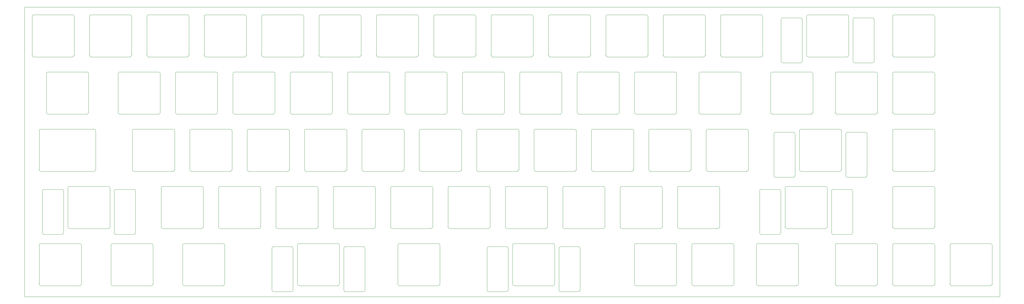
<source format=gm1>
%TF.GenerationSoftware,KiCad,Pcbnew,7.0.7*%
%TF.CreationDate,2024-06-09T18:31:49+08:00*%
%TF.ProjectId,Lexicon 69,4c657869-636f-46e2-9036-392e6b696361,rev?*%
%TF.SameCoordinates,Original*%
%TF.FileFunction,Profile,NP*%
%FSLAX46Y46*%
G04 Gerber Fmt 4.6, Leading zero omitted, Abs format (unit mm)*
G04 Created by KiCad (PCBNEW 7.0.7) date 2024-06-09 18:31:49*
%MOMM*%
%LPD*%
G01*
G04 APERTURE LIST*
%TA.AperFunction,Profile*%
%ADD10C,0.100000*%
%TD*%
%TA.AperFunction,Profile*%
%ADD11C,0.010000*%
%TD*%
G04 APERTURE END LIST*
D10*
X53031250Y-126062500D02*
X70793750Y-126062500D01*
X52531250Y-112562500D02*
X52531250Y-125562500D01*
X96987500Y-112062500D02*
X83987500Y-112062500D01*
X83487500Y-112562500D02*
X83487500Y-125562500D01*
X97487500Y-125562500D02*
X97487500Y-112562500D01*
X83987500Y-126062500D02*
X96987500Y-126062500D01*
X83987500Y-112062500D02*
G75*
G03*
X83487500Y-112562500I0J-500000D01*
G01*
X97487500Y-112562500D02*
G75*
G03*
X96987500Y-112062500I-500000J0D01*
G01*
X96987500Y-126062500D02*
G75*
G03*
X97487500Y-125562500I0J500000D01*
G01*
X83487500Y-125562500D02*
G75*
G03*
X83987500Y-126062500I500000J0D01*
G01*
X70793750Y-112062500D02*
X53031250Y-112062500D01*
X53031250Y-112062500D02*
G75*
G03*
X52531250Y-112562500I0J-500000D01*
G01*
X52531250Y-125562500D02*
G75*
G03*
X53031250Y-126062500I500000J0D01*
G01*
X71293750Y-125562500D02*
X71293750Y-112562500D01*
X71293700Y-112562500D02*
G75*
G03*
X70793750Y-112062500I-500000J0D01*
G01*
X70793750Y-126062550D02*
G75*
G03*
X71293750Y-125562500I-50J500050D01*
G01*
D11*
X164162500Y-131612500D02*
X164162500Y-144612500D01*
X216550000Y-74462500D02*
G75*
G03*
X216050000Y-73962500I-500000J0D01*
G01*
X62056250Y-131612500D02*
X62056250Y-144612500D01*
X335900000Y-93512500D02*
X335900000Y-106512500D01*
X255437500Y-112062500D02*
X268437500Y-112062500D01*
X203050000Y-73962500D02*
X216050000Y-73962500D01*
X349900000Y-131612500D02*
G75*
G03*
X349400000Y-131112500I-500000J0D01*
G01*
X50650000Y-87962500D02*
X63650000Y-87962500D01*
X140637500Y-112562500D02*
X140637500Y-125562500D01*
X300181250Y-131612500D02*
X300181250Y-144612500D01*
X66531250Y-150662500D02*
X66531250Y-163662500D01*
X198287500Y-112062500D02*
X211287500Y-112062500D01*
X335900000Y-131612500D02*
X335900000Y-144612500D01*
X177950000Y-87962500D02*
G75*
G03*
X178450000Y-87462500I0J500000D01*
G01*
X79225000Y-93012500D02*
X92225000Y-93012500D01*
X103037500Y-112062500D02*
G75*
G03*
X102537500Y-112562500I0J-500000D01*
G01*
X197787500Y-112562500D02*
X197787500Y-125562500D01*
X185593800Y-150662500D02*
G75*
G03*
X185093750Y-150162500I-500100J-100D01*
G01*
X292243250Y-132112500D02*
X298243250Y-132112500D01*
X84494250Y-132612500D02*
X84494250Y-146612500D01*
X193025000Y-93512500D02*
X193025000Y-106512500D01*
X164950000Y-73962500D02*
X177950000Y-73962500D01*
X300681250Y-131112500D02*
X313681250Y-131112500D01*
X250675000Y-150162500D02*
X263675000Y-150162500D01*
X255437500Y-126062500D02*
X268437500Y-126062500D01*
X126062500Y-131612500D02*
X126062500Y-144612500D01*
X240362500Y-131612500D02*
X240362500Y-144612500D01*
X317350000Y-150162500D02*
G75*
G03*
X316850000Y-150662500I0J-500000D01*
G01*
X130825000Y-93512500D02*
X130825000Y-106512500D01*
X202262500Y-131612500D02*
X202262500Y-144612500D01*
X239862500Y-145112500D02*
G75*
G03*
X240362500Y-144612500I0J500000D01*
G01*
X136318250Y-166162450D02*
G75*
G03*
X136818250Y-165662500I50J499950D01*
G01*
X249887500Y-112562500D02*
X249887500Y-125562500D01*
X163662500Y-145112500D02*
G75*
G03*
X164162500Y-144612500I0J500000D01*
G01*
X47625000Y-167878125D02*
X371475000Y-167878125D01*
X329263000Y-89962500D02*
G75*
G03*
X329763000Y-89462500I0J500000D01*
G01*
X241150000Y-73962500D02*
G75*
G03*
X240650000Y-74462500I0J-500000D01*
G01*
X50650000Y-73962500D02*
G75*
G03*
X50150000Y-74462500I0J-500000D01*
G01*
X307825000Y-87962500D02*
X320825000Y-87962500D01*
X222100000Y-73962500D02*
G75*
G03*
X221600000Y-74462500I0J-500000D01*
G01*
X121587500Y-125562500D02*
G75*
G03*
X122087500Y-126062500I500000J0D01*
G01*
X279250000Y-73962500D02*
X292250000Y-73962500D01*
X250175000Y-163662500D02*
G75*
G03*
X250675000Y-164162500I500000J0D01*
G01*
X259700000Y-87462500D02*
G75*
G03*
X260200000Y-87962500I500000J0D01*
G01*
X130318250Y-151162500D02*
X136318250Y-151162500D01*
X305443750Y-126062500D02*
X318443750Y-126062500D01*
X250675000Y-164162500D02*
X263675000Y-164162500D01*
X320381700Y-127562500D02*
G75*
G03*
X320881750Y-128062500I500100J100D01*
G01*
X285606300Y-93512500D02*
G75*
G03*
X285106250Y-93012500I-500100J-100D01*
G01*
X368950000Y-150662500D02*
G75*
G03*
X368450000Y-150162500I-500000J0D01*
G01*
X268937500Y-112562500D02*
G75*
G03*
X268437500Y-112062500I-500000J0D01*
G01*
X254650000Y-74462500D02*
G75*
G03*
X254150000Y-73962500I-500000J0D01*
G01*
X235600000Y-74462500D02*
X235600000Y-87462500D01*
X274487500Y-112062500D02*
X287487500Y-112062500D01*
X107800000Y-87962500D02*
X120800000Y-87962500D01*
X69200000Y-87462500D02*
G75*
G03*
X69700000Y-87962500I500000J0D01*
G01*
X316119250Y-132112500D02*
X322119250Y-132112500D01*
X254650000Y-74462500D02*
X254650000Y-87462500D01*
X274487500Y-126062500D02*
X287487500Y-126062500D01*
X135087500Y-126062500D02*
G75*
G03*
X135587500Y-125562500I0J500000D01*
G01*
X349400000Y-145112500D02*
G75*
G03*
X349900000Y-144612500I0J500000D01*
G01*
X138756250Y-150162500D02*
X151756250Y-150162500D01*
X254937500Y-125562500D02*
G75*
G03*
X255437500Y-126062500I500000J0D01*
G01*
X188762500Y-131112500D02*
G75*
G03*
X188262500Y-131612500I0J-500000D01*
G01*
X169712500Y-145112500D02*
X182712500Y-145112500D01*
X318943750Y-112562500D02*
X318943750Y-125562500D01*
X336400000Y-126062500D02*
X349400000Y-126062500D01*
X159687500Y-112562500D02*
X159687500Y-125562500D01*
X169212500Y-131612500D02*
X169212500Y-144612500D01*
X100656250Y-150162550D02*
G75*
G03*
X100156250Y-150662500I-50J-499950D01*
G01*
X368950000Y-150662500D02*
X368950000Y-163662500D01*
X62556250Y-131112500D02*
X75556250Y-131112500D01*
X100156250Y-150662500D02*
X100156250Y-163662500D01*
X178737500Y-125562500D02*
G75*
G03*
X179237500Y-126062500I500000J0D01*
G01*
X335900000Y-74462500D02*
X335900000Y-87462500D01*
X264462500Y-144612500D02*
G75*
G03*
X264962500Y-145112500I500000J0D01*
G01*
X291156250Y-164162500D02*
X304156250Y-164162500D01*
X197000000Y-87962500D02*
G75*
G03*
X197500000Y-87462500I0J500000D01*
G01*
X54912500Y-93512500D02*
X54912500Y-106512500D01*
X273700000Y-74462500D02*
G75*
G03*
X273200000Y-73962500I-500000J0D01*
G01*
X241150000Y-87962500D02*
X254150000Y-87962500D01*
X307825000Y-73962500D02*
G75*
G03*
X307325000Y-74462500I0J-500000D01*
G01*
X135587500Y-112562500D02*
X135587500Y-125562500D01*
X349400000Y-87962500D02*
G75*
G03*
X349900000Y-87462500I0J500000D01*
G01*
X208255750Y-151662500D02*
X208255750Y-165662500D01*
X193525000Y-107012500D02*
X206525000Y-107012500D01*
X230837500Y-112562500D02*
X230837500Y-125562500D01*
X291743200Y-146612500D02*
G75*
G03*
X292243250Y-147112500I500100J100D01*
G01*
X75556250Y-145112450D02*
G75*
G03*
X76056250Y-144612500I50J499950D01*
G01*
X250675000Y-93012500D02*
X263675000Y-93012500D01*
X209693700Y-163662500D02*
G75*
G03*
X210193750Y-164162500I500100J100D01*
G01*
X126350000Y-74462500D02*
X126350000Y-87462500D01*
X69200000Y-74462500D02*
X69200000Y-87462500D01*
X304943750Y-112562500D02*
X304943750Y-125562500D01*
X254937500Y-112562500D02*
X254937500Y-125562500D01*
X114156300Y-150662500D02*
G75*
G03*
X113656250Y-150162500I-500100J-100D01*
G01*
X212575000Y-93012500D02*
X225575000Y-93012500D01*
X268437500Y-126062500D02*
G75*
G03*
X268937500Y-125562500I0J500000D01*
G01*
X106512500Y-145112500D02*
G75*
G03*
X107012500Y-144612500I0J500000D01*
G01*
X317350000Y-107012500D02*
X330350000Y-107012500D01*
X217337500Y-112062500D02*
X230337500Y-112062500D01*
X291743250Y-132612500D02*
X291743250Y-146612500D01*
X130325000Y-107012500D02*
G75*
G03*
X130825000Y-106512500I0J500000D01*
G01*
X330850000Y-93512500D02*
G75*
G03*
X330350000Y-93012500I-500000J0D01*
G01*
X76843750Y-150162550D02*
G75*
G03*
X76343750Y-150662500I-50J-499950D01*
G01*
X336400000Y-150162500D02*
X349400000Y-150162500D01*
X76343700Y-163662500D02*
G75*
G03*
X76843750Y-164162500I500100J100D01*
G01*
X140350000Y-74462500D02*
X140350000Y-87462500D01*
X173687500Y-112562500D02*
G75*
G03*
X173187500Y-112062500I-500000J0D01*
G01*
X305387000Y-89962500D02*
G75*
G03*
X305887000Y-89462500I0J500000D01*
G01*
X231625000Y-93012500D02*
G75*
G03*
X231125000Y-93512500I0J-500000D01*
G01*
X197500000Y-74462500D02*
G75*
G03*
X197000000Y-73962500I-500000J0D01*
G01*
X314181300Y-131612500D02*
G75*
G03*
X313681250Y-131112500I-500100J-100D01*
G01*
X62556250Y-145112500D02*
X75556250Y-145112500D01*
X291156250Y-150162500D02*
X304156250Y-150162500D01*
X245912500Y-131112500D02*
G75*
G03*
X245412500Y-131612500I0J-500000D01*
G01*
X300681250Y-145112500D02*
X313681250Y-145112500D01*
X322763000Y-89462500D02*
G75*
G03*
X323263000Y-89962500I500000J0D01*
G01*
X316850000Y-93512500D02*
X316850000Y-106512500D01*
X154194250Y-166162500D02*
X160194250Y-166162500D01*
X203050000Y-73962500D02*
G75*
G03*
X202550000Y-74462500I0J-500000D01*
G01*
X315619200Y-146612500D02*
G75*
G03*
X316119250Y-147112500I500100J100D01*
G01*
X303505750Y-113562500D02*
X303505750Y-127562500D01*
X279250000Y-73962500D02*
G75*
G03*
X278750000Y-74462500I0J-500000D01*
G01*
X92725000Y-93512500D02*
G75*
G03*
X92225000Y-93012500I-500000J0D01*
G01*
X117325000Y-93012500D02*
X130325000Y-93012500D01*
X79225000Y-107012500D02*
X92225000Y-107012500D01*
X136375000Y-93012500D02*
G75*
G03*
X135875000Y-93512500I0J-500000D01*
G01*
X327381750Y-113562500D02*
X327381750Y-127562500D01*
X184000000Y-73962500D02*
G75*
G03*
X183500000Y-74462500I0J-500000D01*
G01*
X317350000Y-164162500D02*
X330350000Y-164162500D01*
X138256250Y-150662500D02*
X138256250Y-163662500D01*
X277962500Y-145112500D02*
G75*
G03*
X278462500Y-144612500I0J500000D01*
G01*
X178450000Y-74462500D02*
X178450000Y-87462500D01*
X271606200Y-106512500D02*
G75*
G03*
X272106250Y-107012500I500100J100D01*
G01*
X336400000Y-150162500D02*
G75*
G03*
X335900000Y-150662500I0J-500000D01*
G01*
X272106250Y-93012550D02*
G75*
G03*
X271606250Y-93512500I-50J-499950D01*
G01*
X116825000Y-106512500D02*
G75*
G03*
X117325000Y-107012500I500000J0D01*
G01*
X211787500Y-112562500D02*
G75*
G03*
X211287500Y-112062500I-500000J0D01*
G01*
X273987500Y-112562500D02*
X273987500Y-125562500D01*
X116537500Y-112562500D02*
X116537500Y-125562500D01*
X240650000Y-87462500D02*
G75*
G03*
X241150000Y-87962500I500000J0D01*
G01*
X187975000Y-93512500D02*
G75*
G03*
X187475000Y-93012500I-500000J0D01*
G01*
X126350000Y-87462500D02*
G75*
G03*
X126850000Y-87962500I500000J0D01*
G01*
X206525000Y-107012500D02*
G75*
G03*
X207025000Y-106512500I0J500000D01*
G01*
X129818250Y-151662500D02*
X129818250Y-165662500D01*
X76056300Y-131612500D02*
G75*
G03*
X75556250Y-131112500I-500100J-100D01*
G01*
X201255750Y-151662500D02*
X201255750Y-165662500D01*
X77994250Y-147112500D02*
X83994250Y-147112500D01*
X88750000Y-73962500D02*
G75*
G03*
X88250000Y-74462500I0J-500000D01*
G01*
X249887500Y-112562500D02*
G75*
G03*
X249387500Y-112062500I-500000J0D01*
G01*
X193025000Y-106512500D02*
G75*
G03*
X193525000Y-107012500I500000J0D01*
G01*
X297005750Y-113062550D02*
G75*
G03*
X296505750Y-113562500I-50J-499950D01*
G01*
X322619300Y-132612500D02*
G75*
G03*
X322119250Y-132112500I-500100J-100D01*
G01*
X92225000Y-107012500D02*
G75*
G03*
X92725000Y-106512500I0J500000D01*
G01*
X335900000Y-87462500D02*
G75*
G03*
X336400000Y-87962500I500000J0D01*
G01*
X235887500Y-112562500D02*
X235887500Y-125562500D01*
X291156250Y-150162550D02*
G75*
G03*
X290656250Y-150662500I-50J-499950D01*
G01*
X183500000Y-87462500D02*
G75*
G03*
X184000000Y-87962500I500000J0D01*
G01*
X159687500Y-125562500D02*
G75*
G03*
X160187500Y-126062500I500000J0D01*
G01*
X98275000Y-107012500D02*
X111275000Y-107012500D01*
X149875000Y-93512500D02*
G75*
G03*
X149375000Y-93012500I-500000J0D01*
G01*
X77994250Y-132112500D02*
X83994250Y-132112500D01*
X169712500Y-131112500D02*
X182712500Y-131112500D01*
X136375000Y-93012500D02*
X149375000Y-93012500D01*
X122087500Y-112062500D02*
X135087500Y-112062500D01*
X121300000Y-74462500D02*
X121300000Y-87462500D01*
X304156250Y-164162450D02*
G75*
G03*
X304656250Y-163662500I50J499950D01*
G01*
X164950000Y-87962500D02*
X177950000Y-87962500D01*
X305443750Y-112062500D02*
X318443750Y-112062500D01*
X212575000Y-93012500D02*
G75*
G03*
X212075000Y-93512500I0J-500000D01*
G01*
X316119250Y-132112550D02*
G75*
G03*
X315619250Y-132612500I-50J-499950D01*
G01*
X52531300Y-163662500D02*
G75*
G03*
X53031250Y-164162500I500000J0D01*
G01*
X349900000Y-150662500D02*
G75*
G03*
X349400000Y-150162500I-500000J0D01*
G01*
X260200000Y-73962500D02*
G75*
G03*
X259700000Y-74462500I0J-500000D01*
G01*
X145900000Y-87962500D02*
X158900000Y-87962500D01*
X327381800Y-113562500D02*
G75*
G03*
X326881750Y-113062500I-500100J-100D01*
G01*
X292243250Y-147112500D02*
X298243250Y-147112500D01*
X300681250Y-131112550D02*
G75*
G03*
X300181250Y-131612500I-50J-499950D01*
G01*
X221312500Y-131612500D02*
G75*
G03*
X220812500Y-131112500I-500000J0D01*
G01*
X138756250Y-164162500D02*
X151756250Y-164162500D01*
X355450000Y-150162500D02*
X368450000Y-150162500D01*
X164450000Y-74462500D02*
X164450000Y-87462500D01*
X169712500Y-131112500D02*
G75*
G03*
X169212500Y-131612500I0J-500000D01*
G01*
X316850000Y-163662500D02*
G75*
G03*
X317350000Y-164162500I500000J0D01*
G01*
X107300000Y-87462500D02*
G75*
G03*
X107800000Y-87962500I500000J0D01*
G01*
X245912500Y-145112500D02*
X258912500Y-145112500D01*
X160187500Y-112062500D02*
G75*
G03*
X159687500Y-112562500I0J-500000D01*
G01*
X130318250Y-151162550D02*
G75*
G03*
X129818250Y-151662500I-50J-499950D01*
G01*
X107300000Y-74462500D02*
X107300000Y-87462500D01*
X154925000Y-106512500D02*
G75*
G03*
X155425000Y-107012500I500000J0D01*
G01*
X53618250Y-132612500D02*
X53618250Y-146612500D01*
X188262500Y-144612500D02*
G75*
G03*
X188762500Y-145112500I500000J0D01*
G01*
X235600000Y-74462500D02*
G75*
G03*
X235100000Y-73962500I-500000J0D01*
G01*
X329763000Y-75462500D02*
G75*
G03*
X329263000Y-74962500I-500000J0D01*
G01*
X76843750Y-164162500D02*
X89843750Y-164162500D01*
X308918750Y-107012450D02*
G75*
G03*
X309418750Y-106512500I50J499950D01*
G01*
X60618250Y-132612500D02*
X60618250Y-146612500D01*
X226075000Y-93512500D02*
X226075000Y-106512500D01*
X216050000Y-87962500D02*
G75*
G03*
X216550000Y-87462500I0J500000D01*
G01*
X225631750Y-166162500D02*
X231631750Y-166162500D01*
X179237500Y-126062500D02*
X192237500Y-126062500D01*
X225575000Y-107012500D02*
G75*
G03*
X226075000Y-106512500I0J500000D01*
G01*
X258912500Y-145112500D02*
G75*
G03*
X259412500Y-144612500I0J500000D01*
G01*
X299387000Y-74962500D02*
X305387000Y-74962500D01*
X250175000Y-106512500D02*
G75*
G03*
X250675000Y-107012500I500000J0D01*
G01*
X168925000Y-93512500D02*
X168925000Y-106512500D01*
X307825000Y-73962500D02*
X320825000Y-73962500D01*
X222100000Y-73962500D02*
X235100000Y-73962500D01*
X171593750Y-150662500D02*
X171593750Y-163662500D01*
X54118250Y-132112450D02*
G75*
G03*
X53618250Y-132612500I50J-500050D01*
G01*
X83200000Y-74462500D02*
X83200000Y-87462500D01*
X221312500Y-131612500D02*
X221312500Y-144612500D01*
X217337500Y-112062500D02*
G75*
G03*
X216837500Y-112562500I0J-500000D01*
G01*
X113656250Y-164162450D02*
G75*
G03*
X114156250Y-163662500I50J499950D01*
G01*
X326881750Y-128062450D02*
G75*
G03*
X327381750Y-127562500I50J499950D01*
G01*
X304943700Y-125562500D02*
G75*
G03*
X305443750Y-126062500I500100J100D01*
G01*
X131112500Y-144612500D02*
G75*
G03*
X131612500Y-145112500I500000J0D01*
G01*
X154637500Y-112562500D02*
X154637500Y-125562500D01*
X299387000Y-74962500D02*
G75*
G03*
X298887000Y-75462500I0J-500000D01*
G01*
X254150000Y-87962500D02*
G75*
G03*
X254650000Y-87462500I0J500000D01*
G01*
X131612500Y-145112500D02*
X144612500Y-145112500D01*
X149375000Y-107012500D02*
G75*
G03*
X149875000Y-106512500I0J500000D01*
G01*
X111775000Y-93512500D02*
X111775000Y-106512500D01*
X316850000Y-150662500D02*
X316850000Y-163662500D01*
X47625000Y-71437500D02*
X371475000Y-71437500D01*
X150662500Y-131112500D02*
G75*
G03*
X150162500Y-131612500I0J-500000D01*
G01*
X216837500Y-125562500D02*
G75*
G03*
X217337500Y-126062500I500000J0D01*
G01*
X107012500Y-131612500D02*
X107012500Y-144612500D01*
X226075000Y-93512500D02*
G75*
G03*
X225575000Y-93012500I-500000J0D01*
G01*
X236387500Y-112062500D02*
G75*
G03*
X235887500Y-112562500I0J-500000D01*
G01*
X155425000Y-93012500D02*
X168425000Y-93012500D01*
X321325000Y-74462500D02*
X321325000Y-87462500D01*
X117325000Y-107012500D02*
X130325000Y-107012500D01*
X188262500Y-131612500D02*
X188262500Y-144612500D01*
X182712500Y-145112500D02*
G75*
G03*
X183212500Y-144612500I0J500000D01*
G01*
X135875000Y-93512500D02*
X135875000Y-106512500D01*
X164950000Y-73962500D02*
G75*
G03*
X164450000Y-74462500I0J-500000D01*
G01*
X174475000Y-93012500D02*
X187475000Y-93012500D01*
X320881750Y-113062550D02*
G75*
G03*
X320381750Y-113562500I-50J-499950D01*
G01*
X282725000Y-164162500D02*
G75*
G03*
X283225000Y-163662500I0J500000D01*
G01*
X179237500Y-112062500D02*
G75*
G03*
X178737500Y-112562500I0J-500000D01*
G01*
X154637500Y-112562500D02*
G75*
G03*
X154137500Y-112062500I-500000J0D01*
G01*
X226862500Y-131112500D02*
G75*
G03*
X226362500Y-131612500I0J-500000D01*
G01*
X150162500Y-131612500D02*
X150162500Y-144612500D01*
X209693750Y-150662500D02*
X209693750Y-163662500D01*
X223693800Y-150662500D02*
G75*
G03*
X223193750Y-150162500I-500100J-100D01*
G01*
X226862500Y-145112500D02*
X239862500Y-145112500D01*
X185093750Y-164162450D02*
G75*
G03*
X185593750Y-163662500I50J499950D01*
G01*
X50150000Y-74462500D02*
X50150000Y-87462500D01*
X230837500Y-112562500D02*
G75*
G03*
X230337500Y-112062500I-500000J0D01*
G01*
X225631750Y-151162500D02*
X231631750Y-151162500D01*
X125562500Y-145112500D02*
G75*
G03*
X126062500Y-144612500I0J500000D01*
G01*
X198287500Y-126062500D02*
X211287500Y-126062500D01*
X84494300Y-132612500D02*
G75*
G03*
X83994250Y-132112500I-500100J-100D01*
G01*
X273987500Y-125562500D02*
G75*
G03*
X274487500Y-126062500I500000J0D01*
G01*
X231631750Y-166162450D02*
G75*
G03*
X232131750Y-165662500I50J499950D01*
G01*
X150662500Y-145112500D02*
X163662500Y-145112500D01*
X174475000Y-93012500D02*
G75*
G03*
X173975000Y-93512500I0J-500000D01*
G01*
X136818300Y-151662500D02*
G75*
G03*
X136318250Y-151162500I-500100J-100D01*
G01*
X335900000Y-112562500D02*
X335900000Y-125562500D01*
X268937500Y-112562500D02*
X268937500Y-125562500D01*
X264962500Y-145112500D02*
X277962500Y-145112500D01*
X207812500Y-131112500D02*
G75*
G03*
X207312500Y-131612500I0J-500000D01*
G01*
X305887000Y-75462500D02*
X305887000Y-89462500D01*
X249387500Y-126062500D02*
G75*
G03*
X249887500Y-125562500I0J500000D01*
G01*
X299387000Y-89962500D02*
X305387000Y-89962500D01*
X263675000Y-107012500D02*
G75*
G03*
X264175000Y-106512500I0J500000D01*
G01*
X322619250Y-132612500D02*
X322619250Y-146612500D01*
X336400000Y-164162500D02*
X349400000Y-164162500D01*
X151756250Y-164162450D02*
G75*
G03*
X152256250Y-163662500I50J499950D01*
G01*
X78725000Y-93512500D02*
X78725000Y-106512500D01*
X144612500Y-145112500D02*
G75*
G03*
X145112500Y-144612500I0J500000D01*
G01*
X207025000Y-93512500D02*
G75*
G03*
X206525000Y-93012500I-500000J0D01*
G01*
X55412500Y-93012500D02*
X68412500Y-93012500D01*
X298887000Y-75462500D02*
X298887000Y-89462500D01*
X112062500Y-131612500D02*
X112062500Y-144612500D01*
X62056200Y-144612500D02*
G75*
G03*
X62556250Y-145112500I500100J100D01*
G01*
X222100000Y-87962500D02*
X235100000Y-87962500D01*
X231125000Y-93512500D02*
X231125000Y-106512500D01*
X335900000Y-125562500D02*
G75*
G03*
X336400000Y-126062500I500000J0D01*
G01*
X210193750Y-150162500D02*
X223193750Y-150162500D01*
X241150000Y-73962500D02*
X254150000Y-73962500D01*
X184000000Y-87962500D02*
X197000000Y-87962500D01*
X111775000Y-93512500D02*
G75*
G03*
X111275000Y-93012500I-500000J0D01*
G01*
X160187500Y-126062500D02*
X173187500Y-126062500D01*
X259412500Y-131612500D02*
X259412500Y-144612500D01*
X216837500Y-112562500D02*
X216837500Y-125562500D01*
X300181200Y-144612500D02*
G75*
G03*
X300681250Y-145112500I500100J100D01*
G01*
X130318250Y-166162500D02*
X136318250Y-166162500D01*
X54118250Y-132112500D02*
X60118250Y-132112500D01*
X192237500Y-126062500D02*
G75*
G03*
X192737500Y-125562500I0J500000D01*
G01*
X88750000Y-73962500D02*
X101750000Y-73962500D01*
X185593750Y-150662500D02*
X185593750Y-163662500D01*
X295918750Y-107012500D02*
X308918750Y-107012500D01*
X264962500Y-131112500D02*
X277962500Y-131112500D01*
X316119250Y-147112500D02*
X322119250Y-147112500D01*
X76056250Y-131612500D02*
X76056250Y-144612500D01*
X322119250Y-147112450D02*
G75*
G03*
X322619250Y-146612500I50J499950D01*
G01*
X154137500Y-126062500D02*
G75*
G03*
X154637500Y-125562500I0J500000D01*
G01*
X244625000Y-107012500D02*
G75*
G03*
X245125000Y-106512500I0J500000D01*
G01*
X107800000Y-73962500D02*
G75*
G03*
X107300000Y-74462500I0J-500000D01*
G01*
X264175000Y-150662500D02*
G75*
G03*
X263675000Y-150162500I-500000J0D01*
G01*
X197500000Y-74462500D02*
X197500000Y-87462500D01*
X203050000Y-87962500D02*
X216050000Y-87962500D01*
X53031250Y-150162500D02*
X66031250Y-150162500D01*
X93512500Y-145112500D02*
X106512500Y-145112500D01*
X116037500Y-126062500D02*
G75*
G03*
X116537500Y-125562500I0J500000D01*
G01*
X66031250Y-164162450D02*
G75*
G03*
X66531250Y-163662500I50J499950D01*
G01*
X173975000Y-106512500D02*
G75*
G03*
X174475000Y-107012500I500000J0D01*
G01*
X141137500Y-112062500D02*
X154137500Y-112062500D01*
X245125000Y-93512500D02*
X245125000Y-106512500D01*
X298743250Y-132612500D02*
X298743250Y-146612500D01*
X317350000Y-150162500D02*
X330350000Y-150162500D01*
X292243250Y-132112550D02*
G75*
G03*
X291743250Y-132612500I-50J-499950D01*
G01*
X168425000Y-107012500D02*
G75*
G03*
X168925000Y-106512500I0J500000D01*
G01*
X201255700Y-165662500D02*
G75*
G03*
X201755750Y-166162500I500100J100D01*
G01*
X250175000Y-93512500D02*
X250175000Y-106512500D01*
X264462500Y-131612500D02*
X264462500Y-144612500D01*
X309418800Y-93512500D02*
G75*
G03*
X308918750Y-93012500I-500100J-100D01*
G01*
X298243250Y-147112450D02*
G75*
G03*
X298743250Y-146612500I50J499950D01*
G01*
X279250000Y-87962500D02*
X292250000Y-87962500D01*
X208255800Y-151662500D02*
G75*
G03*
X207755750Y-151162500I-500100J-100D01*
G01*
X116825000Y-93512500D02*
X116825000Y-106512500D01*
X188762500Y-145112500D02*
X201762500Y-145112500D01*
X50650000Y-73962500D02*
X63650000Y-73962500D01*
X193525000Y-93012500D02*
X206525000Y-93012500D01*
X349900000Y-131612500D02*
X349900000Y-144612500D01*
X152256300Y-150662500D02*
G75*
G03*
X151756250Y-150162500I-500100J-100D01*
G01*
X126850000Y-73962500D02*
X139850000Y-73962500D01*
X69700000Y-73962500D02*
X82700000Y-73962500D01*
X336400000Y-131112500D02*
X349400000Y-131112500D01*
X102537500Y-112562500D02*
X102537500Y-125562500D01*
X83200000Y-74462500D02*
G75*
G03*
X82700000Y-73962500I-500000J0D01*
G01*
X207755750Y-166162450D02*
G75*
G03*
X208255750Y-165662500I50J499950D01*
G01*
X150162500Y-144612500D02*
G75*
G03*
X150662500Y-145112500I500000J0D01*
G01*
X178450000Y-74462500D02*
G75*
G03*
X177950000Y-73962500I-500000J0D01*
G01*
X160694300Y-151662500D02*
G75*
G03*
X160194250Y-151162500I-500100J-100D01*
G01*
X285606250Y-93512500D02*
X285606250Y-106512500D01*
X255437500Y-112062500D02*
G75*
G03*
X254937500Y-112562500I0J-500000D01*
G01*
X79225000Y-93012500D02*
G75*
G03*
X78725000Y-93512500I0J-500000D01*
G01*
X307325000Y-87462500D02*
G75*
G03*
X307825000Y-87962500I500000J0D01*
G01*
X90343800Y-150662500D02*
G75*
G03*
X89843750Y-150162500I-500100J-100D01*
G01*
X198287500Y-112062500D02*
G75*
G03*
X197787500Y-112562500I0J-500000D01*
G01*
X287987500Y-112562500D02*
X287987500Y-125562500D01*
X187975000Y-93512500D02*
X187975000Y-106512500D01*
X309418750Y-93512500D02*
X309418750Y-106512500D01*
X76843750Y-150162500D02*
X89843750Y-150162500D01*
X336400000Y-112062500D02*
G75*
G03*
X335900000Y-112562500I0J-500000D01*
G01*
X60618300Y-132612500D02*
G75*
G03*
X60118250Y-132112500I-500100J-100D01*
G01*
X121300000Y-74462500D02*
G75*
G03*
X120800000Y-73962500I-500000J0D01*
G01*
X316850000Y-106512500D02*
G75*
G03*
X317350000Y-107012500I500000J0D01*
G01*
X100656250Y-150162500D02*
X113656250Y-150162500D01*
X336400000Y-93012500D02*
G75*
G03*
X335900000Y-93512500I0J-500000D01*
G01*
X303005750Y-128062450D02*
G75*
G03*
X303505750Y-127562500I50J499950D01*
G01*
X295418700Y-106512500D02*
G75*
G03*
X295918750Y-107012500I500100J100D01*
G01*
X349900000Y-93512500D02*
G75*
G03*
X349400000Y-93012500I-500000J0D01*
G01*
X349400000Y-107012500D02*
G75*
G03*
X349900000Y-106512500I0J500000D01*
G01*
X68912500Y-93512500D02*
X68912500Y-106512500D01*
X173687500Y-112562500D02*
X173687500Y-125562500D01*
X271606250Y-93512500D02*
X271606250Y-106512500D01*
X321325000Y-74462500D02*
G75*
G03*
X320825000Y-73962500I-500000J0D01*
G01*
X145900000Y-73962500D02*
G75*
G03*
X145400000Y-74462500I0J-500000D01*
G01*
X154194250Y-151162550D02*
G75*
G03*
X153694250Y-151662500I-50J-499950D01*
G01*
X330350000Y-107012500D02*
G75*
G03*
X330850000Y-106512500I0J500000D01*
G01*
X240362500Y-131612500D02*
G75*
G03*
X239862500Y-131112500I-500000J0D01*
G01*
X107800000Y-73962500D02*
X120800000Y-73962500D01*
X164450000Y-87462500D02*
G75*
G03*
X164950000Y-87962500I500000J0D01*
G01*
X329763000Y-75462500D02*
X329763000Y-89462500D01*
X153694250Y-151662500D02*
X153694250Y-165662500D01*
X355450000Y-164162500D02*
X368450000Y-164162500D01*
X145112500Y-131612500D02*
X145112500Y-144612500D01*
X330850000Y-150662500D02*
G75*
G03*
X330350000Y-150162500I-500000J0D01*
G01*
X117325000Y-93012500D02*
G75*
G03*
X116825000Y-93512500I0J-500000D01*
G01*
X223193750Y-164162450D02*
G75*
G03*
X223693750Y-163662500I50J499950D01*
G01*
X138256200Y-163662500D02*
G75*
G03*
X138756250Y-164162500I500100J100D01*
G01*
X183212500Y-131612500D02*
X183212500Y-144612500D01*
X335900000Y-144612500D02*
G75*
G03*
X336400000Y-145112500I500000J0D01*
G01*
X54912500Y-106512500D02*
G75*
G03*
X55412500Y-107012500I500000J0D01*
G01*
X296505750Y-113562500D02*
X296505750Y-127562500D01*
X122087500Y-112062500D02*
G75*
G03*
X121587500Y-112562500I0J-500000D01*
G01*
X66531300Y-150662500D02*
G75*
G03*
X66031250Y-150162500I-500100J-100D01*
G01*
X220812500Y-145112500D02*
G75*
G03*
X221312500Y-144612500I0J500000D01*
G01*
X287487500Y-126062500D02*
G75*
G03*
X287987500Y-125562500I0J500000D01*
G01*
X122087500Y-126062500D02*
X135087500Y-126062500D01*
X130825000Y-93512500D02*
G75*
G03*
X130325000Y-93012500I-500000J0D01*
G01*
X335900000Y-163662500D02*
G75*
G03*
X336400000Y-164162500I500000J0D01*
G01*
X197787500Y-125562500D02*
G75*
G03*
X198287500Y-126062500I500000J0D01*
G01*
X90343750Y-150662500D02*
X90343750Y-163662500D01*
X62556250Y-131112550D02*
G75*
G03*
X62056250Y-131612500I-50J-499950D01*
G01*
X140637500Y-125562500D02*
G75*
G03*
X141137500Y-126062500I500000J0D01*
G01*
X50150000Y-87462500D02*
G75*
G03*
X50650000Y-87962500I500000J0D01*
G01*
X69700000Y-87962500D02*
X82700000Y-87962500D01*
X263675000Y-164162500D02*
G75*
G03*
X264175000Y-163662500I0J500000D01*
G01*
X349900000Y-93512500D02*
X349900000Y-106512500D01*
X150662500Y-131112500D02*
X163662500Y-131112500D01*
X184000000Y-73962500D02*
X197000000Y-73962500D01*
X154925000Y-93512500D02*
X154925000Y-106512500D01*
X78725000Y-106512500D02*
G75*
G03*
X79225000Y-107012500I500000J0D01*
G01*
X278462500Y-131612500D02*
G75*
G03*
X277962500Y-131112500I-500000J0D01*
G01*
X335900000Y-106512500D02*
G75*
G03*
X336400000Y-107012500I500000J0D01*
G01*
X349900000Y-74462500D02*
X349900000Y-87462500D01*
X202550000Y-87462500D02*
G75*
G03*
X203050000Y-87962500I500000J0D01*
G01*
X298887000Y-89462500D02*
G75*
G03*
X299387000Y-89962500I500000J0D01*
G01*
X60118250Y-147112450D02*
G75*
G03*
X60618250Y-146612500I50J499950D01*
G01*
X290656200Y-163662500D02*
G75*
G03*
X291156250Y-164162500I500100J100D01*
G01*
X221600000Y-87462500D02*
G75*
G03*
X222100000Y-87962500I500000J0D01*
G01*
X226862500Y-131112500D02*
X239862500Y-131112500D01*
X354950000Y-163662500D02*
G75*
G03*
X355450000Y-164162500I500000J0D01*
G01*
X217337500Y-126062500D02*
X230337500Y-126062500D01*
X88250000Y-74462500D02*
X88250000Y-87462500D01*
X274487500Y-112062500D02*
G75*
G03*
X273987500Y-112562500I0J-500000D01*
G01*
X354950000Y-150662500D02*
X354950000Y-163662500D01*
X88250000Y-87462500D02*
G75*
G03*
X88750000Y-87962500I500000J0D01*
G01*
X53031250Y-164162500D02*
X66031250Y-164162500D01*
X192737500Y-112562500D02*
G75*
G03*
X192237500Y-112062500I-500000J0D01*
G01*
X145112500Y-131612500D02*
G75*
G03*
X144612500Y-131112500I-500000J0D01*
G01*
X320881750Y-128062500D02*
X326881750Y-128062500D01*
X295918750Y-93012500D02*
X308918750Y-93012500D01*
X304656300Y-150662500D02*
G75*
G03*
X304156250Y-150162500I-500100J-100D01*
G01*
X131612500Y-131112500D02*
X144612500Y-131112500D01*
X158900000Y-87962500D02*
G75*
G03*
X159400000Y-87462500I0J500000D01*
G01*
X131612500Y-131112500D02*
G75*
G03*
X131112500Y-131612500I0J-500000D01*
G01*
X210193750Y-164162500D02*
X223193750Y-164162500D01*
X135875000Y-106512500D02*
G75*
G03*
X136375000Y-107012500I500000J0D01*
G01*
X171593700Y-163662500D02*
G75*
G03*
X172093750Y-164162500I500100J100D01*
G01*
X211787500Y-112562500D02*
X211787500Y-125562500D01*
X152256250Y-150662500D02*
X152256250Y-163662500D01*
X269725000Y-164162500D02*
X282725000Y-164162500D01*
X335900000Y-150662500D02*
X335900000Y-163662500D01*
X153694200Y-165662500D02*
G75*
G03*
X154194250Y-166162500I500100J100D01*
G01*
X307325000Y-74462500D02*
X307325000Y-87462500D01*
X355450000Y-150162500D02*
G75*
G03*
X354950000Y-150662500I0J-500000D01*
G01*
X187475000Y-107012500D02*
G75*
G03*
X187975000Y-106512500I0J500000D01*
G01*
X101750000Y-87962500D02*
G75*
G03*
X102250000Y-87462500I0J500000D01*
G01*
X322763000Y-75462500D02*
X322763000Y-89462500D01*
X47625000Y-167878125D02*
X47625000Y-71437500D01*
X245125000Y-93512500D02*
G75*
G03*
X244625000Y-93012500I-500000J0D01*
G01*
X260200000Y-87962500D02*
X273200000Y-87962500D01*
X336400000Y-107012500D02*
X349400000Y-107012500D01*
X240650000Y-74462500D02*
X240650000Y-87462500D01*
X318443750Y-126062450D02*
G75*
G03*
X318943750Y-125562500I50J499950D01*
G01*
X97775000Y-93512500D02*
X97775000Y-106512500D01*
X111275000Y-107012500D02*
G75*
G03*
X111775000Y-106512500I0J500000D01*
G01*
X273700000Y-74462500D02*
X273700000Y-87462500D01*
X259700000Y-74462500D02*
X259700000Y-87462500D01*
X269225000Y-163662500D02*
G75*
G03*
X269725000Y-164162500I500000J0D01*
G01*
X336400000Y-87962500D02*
X349400000Y-87962500D01*
X77994250Y-132112550D02*
G75*
G03*
X77494250Y-132612500I-50J-499950D01*
G01*
X226362500Y-144612500D02*
G75*
G03*
X226862500Y-145112500I500000J0D01*
G01*
X126062500Y-131612500D02*
G75*
G03*
X125562500Y-131112500I-500000J0D01*
G01*
X159400000Y-74462500D02*
X159400000Y-87462500D01*
X259412500Y-131612500D02*
G75*
G03*
X258912500Y-131112500I-500000J0D01*
G01*
X103037500Y-126062500D02*
X116037500Y-126062500D01*
X295918750Y-93012550D02*
G75*
G03*
X295418750Y-93512500I-50J-499950D01*
G01*
X93012500Y-144612500D02*
G75*
G03*
X93512500Y-145112500I500000J0D01*
G01*
X138756250Y-150162550D02*
G75*
G03*
X138256250Y-150662500I-50J-499950D01*
G01*
X320825000Y-87962500D02*
G75*
G03*
X321325000Y-87462500I0J500000D01*
G01*
X245412500Y-131612500D02*
X245412500Y-144612500D01*
X68912500Y-93512500D02*
G75*
G03*
X68412500Y-93012500I-500000J0D01*
G01*
X371475000Y-167878125D02*
X371475000Y-71437500D01*
X102250000Y-74462500D02*
G75*
G03*
X101750000Y-73962500I-500000J0D01*
G01*
X193525000Y-93012500D02*
G75*
G03*
X193025000Y-93512500I0J-500000D01*
G01*
X129818200Y-165662500D02*
G75*
G03*
X130318250Y-166162500I500100J100D01*
G01*
X349400000Y-126062500D02*
G75*
G03*
X349900000Y-125562500I0J500000D01*
G01*
X103037500Y-112062500D02*
X116037500Y-112062500D01*
X349400000Y-164162500D02*
G75*
G03*
X349900000Y-163662500I0J500000D01*
G01*
X320381750Y-113562500D02*
X320381750Y-127562500D01*
X53031250Y-150162450D02*
G75*
G03*
X52531250Y-150662500I50J-500050D01*
G01*
X155425000Y-93012500D02*
G75*
G03*
X154925000Y-93512500I0J-500000D01*
G01*
X136818250Y-151662500D02*
X136818250Y-165662500D01*
X173187500Y-126062500D02*
G75*
G03*
X173687500Y-125562500I0J500000D01*
G01*
X323263000Y-74962500D02*
X329263000Y-74962500D01*
X278462500Y-131612500D02*
X278462500Y-144612500D01*
X140350000Y-74462500D02*
G75*
G03*
X139850000Y-73962500I-500000J0D01*
G01*
X164162500Y-131612500D02*
G75*
G03*
X163662500Y-131112500I-500000J0D01*
G01*
X154194250Y-151162500D02*
X160194250Y-151162500D01*
X232131800Y-151662500D02*
G75*
G03*
X231631750Y-151162500I-500100J-100D01*
G01*
X68412500Y-107012500D02*
G75*
G03*
X68912500Y-106512500I0J500000D01*
G01*
X100156200Y-163662500D02*
G75*
G03*
X100656250Y-164162500I500100J100D01*
G01*
X168925000Y-93512500D02*
G75*
G03*
X168425000Y-93012500I-500000J0D01*
G01*
X141137500Y-126062500D02*
X154137500Y-126062500D01*
X349900000Y-112562500D02*
G75*
G03*
X349400000Y-112062500I-500000J0D01*
G01*
X303505800Y-113562500D02*
G75*
G03*
X303005750Y-113062500I-500100J-100D01*
G01*
X305887000Y-75462500D02*
G75*
G03*
X305387000Y-74962500I-500000J0D01*
G01*
X212575000Y-107012500D02*
X225575000Y-107012500D01*
X336400000Y-131112500D02*
G75*
G03*
X335900000Y-131612500I0J-500000D01*
G01*
X192737500Y-112562500D02*
X192737500Y-125562500D01*
X298743300Y-132612500D02*
G75*
G03*
X298243250Y-132112500I-500100J-100D01*
G01*
X336400000Y-73962500D02*
G75*
G03*
X335900000Y-74462500I0J-500000D01*
G01*
X207812500Y-131112500D02*
X220812500Y-131112500D01*
X112562500Y-145112500D02*
X125562500Y-145112500D01*
X121587500Y-112562500D02*
X121587500Y-125562500D01*
X236387500Y-112062500D02*
X249387500Y-112062500D01*
X178737500Y-112562500D02*
X178737500Y-125562500D01*
X172093750Y-164162500D02*
X185093750Y-164162500D01*
X100656250Y-164162500D02*
X113656250Y-164162500D01*
X210193750Y-150162550D02*
G75*
G03*
X209693750Y-150662500I-50J-499950D01*
G01*
X53618300Y-146612500D02*
G75*
G03*
X54118250Y-147112500I500000J0D01*
G01*
X336400000Y-112062500D02*
X349400000Y-112062500D01*
X330850000Y-150662500D02*
X330850000Y-163662500D01*
X272106250Y-107012500D02*
X285106250Y-107012500D01*
X160194250Y-166162450D02*
G75*
G03*
X160694250Y-165662500I50J499950D01*
G01*
X304656250Y-150662500D02*
X304656250Y-163662500D01*
X232131750Y-151662500D02*
X232131750Y-165662500D01*
X264175000Y-93512500D02*
X264175000Y-106512500D01*
X278750000Y-74462500D02*
X278750000Y-87462500D01*
X201755750Y-166162500D02*
X207755750Y-166162500D01*
X135587500Y-112562500D02*
G75*
G03*
X135087500Y-112062500I-500000J0D01*
G01*
X260200000Y-73962500D02*
X273200000Y-73962500D01*
X272106250Y-93012500D02*
X285106250Y-93012500D01*
X172093750Y-150162500D02*
X185093750Y-150162500D01*
X216550000Y-74462500D02*
X216550000Y-87462500D01*
X183500000Y-74462500D02*
X183500000Y-87462500D01*
X120800000Y-87962500D02*
G75*
G03*
X121300000Y-87462500I0J500000D01*
G01*
X83994250Y-147112450D02*
G75*
G03*
X84494250Y-146612500I50J499950D01*
G01*
X212075000Y-106512500D02*
G75*
G03*
X212575000Y-107012500I500000J0D01*
G01*
X54118250Y-147112500D02*
X60118250Y-147112500D01*
X201755750Y-151162550D02*
G75*
G03*
X201255750Y-151662500I-50J-499950D01*
G01*
X174475000Y-107012500D02*
X187475000Y-107012500D01*
X212075000Y-93512500D02*
X212075000Y-106512500D01*
X297005750Y-128062500D02*
X303005750Y-128062500D01*
X89843750Y-164162450D02*
G75*
G03*
X90343750Y-163662500I50J499950D01*
G01*
X112562500Y-131112500D02*
G75*
G03*
X112062500Y-131612500I0J-500000D01*
G01*
X320881750Y-113062500D02*
X326881750Y-113062500D01*
X107012500Y-131612500D02*
G75*
G03*
X106512500Y-131112500I-500000J0D01*
G01*
X93512500Y-131112500D02*
G75*
G03*
X93012500Y-131612500I0J-500000D01*
G01*
X52531250Y-150662500D02*
X52531250Y-163662500D01*
X250675000Y-107012500D02*
X263675000Y-107012500D01*
X318943800Y-112562500D02*
G75*
G03*
X318443750Y-112062500I-500100J-100D01*
G01*
X315619250Y-132612500D02*
X315619250Y-146612500D01*
X207312500Y-131612500D02*
X207312500Y-144612500D01*
X149875000Y-93512500D02*
X149875000Y-106512500D01*
X245412500Y-144612500D02*
G75*
G03*
X245912500Y-145112500I500000J0D01*
G01*
X145900000Y-73962500D02*
X158900000Y-73962500D01*
X330850000Y-93512500D02*
X330850000Y-106512500D01*
X250175000Y-150662500D02*
X250175000Y-163662500D01*
X55412500Y-107012500D02*
X68412500Y-107012500D01*
X98275000Y-93012500D02*
G75*
G03*
X97775000Y-93512500I0J-500000D01*
G01*
X330350000Y-164162500D02*
G75*
G03*
X330850000Y-163662500I0J500000D01*
G01*
X77494250Y-132612500D02*
X77494250Y-146612500D01*
X296505700Y-127562500D02*
G75*
G03*
X297005750Y-128062500I500100J100D01*
G01*
X314181250Y-131612500D02*
X314181250Y-144612500D01*
X160187500Y-112062500D02*
X173187500Y-112062500D01*
X236387500Y-126062500D02*
X249387500Y-126062500D01*
X231625000Y-107012500D02*
X244625000Y-107012500D01*
X179237500Y-112062500D02*
X192237500Y-112062500D01*
X172093750Y-150162550D02*
G75*
G03*
X171593750Y-150662500I-50J-499950D01*
G01*
X226362500Y-131612500D02*
X226362500Y-144612500D01*
X145400000Y-74462500D02*
X145400000Y-87462500D01*
X336400000Y-73962500D02*
X349400000Y-73962500D01*
X136375000Y-107012500D02*
X149375000Y-107012500D01*
X141137500Y-112062500D02*
G75*
G03*
X140637500Y-112562500I0J-500000D01*
G01*
X55412500Y-93012500D02*
G75*
G03*
X54912500Y-93512500I0J-500000D01*
G01*
X287987500Y-112562500D02*
G75*
G03*
X287487500Y-112062500I-500000J0D01*
G01*
X97775000Y-106512500D02*
G75*
G03*
X98275000Y-107012500I500000J0D01*
G01*
X292750000Y-74462500D02*
X292750000Y-87462500D01*
X112062500Y-144612500D02*
G75*
G03*
X112562500Y-145112500I500000J0D01*
G01*
X235100000Y-87962500D02*
G75*
G03*
X235600000Y-87462500I0J500000D01*
G01*
X82700000Y-87962500D02*
G75*
G03*
X83200000Y-87462500I0J500000D01*
G01*
X202262500Y-131612500D02*
G75*
G03*
X201762500Y-131112500I-500000J0D01*
G01*
X225131750Y-151662500D02*
X225131750Y-165662500D01*
X225131700Y-165662500D02*
G75*
G03*
X225631750Y-166162500I500100J100D01*
G01*
X116537500Y-112562500D02*
G75*
G03*
X116037500Y-112062500I-500000J0D01*
G01*
X292750000Y-74462500D02*
G75*
G03*
X292250000Y-73962500I-500000J0D01*
G01*
X230337500Y-126062500D02*
G75*
G03*
X230837500Y-125562500I0J500000D01*
G01*
X145400000Y-87462500D02*
G75*
G03*
X145900000Y-87962500I500000J0D01*
G01*
X155425000Y-107012500D02*
X168425000Y-107012500D01*
X264175000Y-150662500D02*
X264175000Y-163662500D01*
X349900000Y-150662500D02*
X349900000Y-163662500D01*
X98275000Y-93012500D02*
X111275000Y-93012500D01*
X207025000Y-93512500D02*
X207025000Y-106512500D01*
X292250000Y-87962500D02*
G75*
G03*
X292750000Y-87462500I0J500000D01*
G01*
X297005750Y-113062500D02*
X303005750Y-113062500D01*
X139850000Y-87962500D02*
G75*
G03*
X140350000Y-87462500I0J500000D01*
G01*
X336400000Y-93012500D02*
X349400000Y-93012500D01*
X114156250Y-150662500D02*
X114156250Y-163662500D01*
X64150000Y-74462500D02*
X64150000Y-87462500D01*
X283225000Y-150662500D02*
G75*
G03*
X282725000Y-150162500I-500000J0D01*
G01*
X63650000Y-87962500D02*
G75*
G03*
X64150000Y-87462500I0J500000D01*
G01*
X131112500Y-131612500D02*
X131112500Y-144612500D01*
X349900000Y-74462500D02*
G75*
G03*
X349400000Y-73962500I-500000J0D01*
G01*
X269725000Y-150162500D02*
X282725000Y-150162500D01*
X64150000Y-74462500D02*
G75*
G03*
X63650000Y-73962500I-500000J0D01*
G01*
X183212500Y-131612500D02*
G75*
G03*
X182712500Y-131112500I-500000J0D01*
G01*
X112562500Y-131112500D02*
X125562500Y-131112500D01*
X173975000Y-93512500D02*
X173975000Y-106512500D01*
X93512500Y-131112500D02*
X106512500Y-131112500D01*
X278750000Y-87462500D02*
G75*
G03*
X279250000Y-87962500I500000J0D01*
G01*
X290656250Y-150662500D02*
X290656250Y-163662500D01*
X295418750Y-93512500D02*
X295418750Y-106512500D01*
X269225000Y-150662500D02*
X269225000Y-163662500D01*
X245912500Y-131112500D02*
X258912500Y-131112500D01*
X264175000Y-93512500D02*
G75*
G03*
X263675000Y-93012500I-500000J0D01*
G01*
X223693750Y-150662500D02*
X223693750Y-163662500D01*
X69700000Y-73962500D02*
G75*
G03*
X69200000Y-74462500I0J-500000D01*
G01*
X264962500Y-131112500D02*
G75*
G03*
X264462500Y-131612500I0J-500000D01*
G01*
X88750000Y-87962500D02*
X101750000Y-87962500D01*
X283225000Y-150662500D02*
X283225000Y-163662500D01*
X169212500Y-144612500D02*
G75*
G03*
X169712500Y-145112500I500000J0D01*
G01*
X323263000Y-74962500D02*
G75*
G03*
X322763000Y-75462500I0J-500000D01*
G01*
X250675000Y-150162500D02*
G75*
G03*
X250175000Y-150662500I0J-500000D01*
G01*
X221600000Y-74462500D02*
X221600000Y-87462500D01*
X269725000Y-150162500D02*
G75*
G03*
X269225000Y-150662500I0J-500000D01*
G01*
X349900000Y-112562500D02*
X349900000Y-125562500D01*
X285106250Y-107012450D02*
G75*
G03*
X285606250Y-106512500I50J499950D01*
G01*
X126850000Y-73962500D02*
G75*
G03*
X126350000Y-74462500I0J-500000D01*
G01*
X76343750Y-150662500D02*
X76343750Y-163662500D01*
X93012500Y-131612500D02*
X93012500Y-144612500D01*
X77494200Y-146612500D02*
G75*
G03*
X77994250Y-147112500I500100J100D01*
G01*
X235887500Y-125562500D02*
G75*
G03*
X236387500Y-126062500I500000J0D01*
G01*
X188762500Y-131112500D02*
X201762500Y-131112500D01*
X92725000Y-93512500D02*
X92725000Y-106512500D01*
X207312500Y-144612500D02*
G75*
G03*
X207812500Y-145112500I500000J0D01*
G01*
X313681250Y-145112450D02*
G75*
G03*
X314181250Y-144612500I50J499950D01*
G01*
X207812500Y-145112500D02*
X220812500Y-145112500D01*
X102537500Y-125562500D02*
G75*
G03*
X103037500Y-126062500I500000J0D01*
G01*
X305443750Y-112062550D02*
G75*
G03*
X304943750Y-112562500I-50J-499950D01*
G01*
X317350000Y-93012500D02*
G75*
G03*
X316850000Y-93512500I0J-500000D01*
G01*
X231625000Y-93012500D02*
X244625000Y-93012500D01*
X211287500Y-126062500D02*
G75*
G03*
X211787500Y-125562500I0J500000D01*
G01*
X250675000Y-93012500D02*
G75*
G03*
X250175000Y-93512500I0J-500000D01*
G01*
X231125000Y-106512500D02*
G75*
G03*
X231625000Y-107012500I500000J0D01*
G01*
X323263000Y-89962500D02*
X329263000Y-89962500D01*
X126850000Y-87962500D02*
X139850000Y-87962500D01*
X368450000Y-164162500D02*
G75*
G03*
X368950000Y-163662500I0J500000D01*
G01*
X201755750Y-151162500D02*
X207755750Y-151162500D01*
X159400000Y-74462500D02*
G75*
G03*
X158900000Y-73962500I-500000J0D01*
G01*
X336400000Y-145112500D02*
X349400000Y-145112500D01*
X201762500Y-145112500D02*
G75*
G03*
X202262500Y-144612500I0J500000D01*
G01*
X202550000Y-74462500D02*
X202550000Y-87462500D01*
X225631750Y-151162550D02*
G75*
G03*
X225131750Y-151662500I-50J-499950D01*
G01*
X160694250Y-151662500D02*
X160694250Y-165662500D01*
X102250000Y-74462500D02*
X102250000Y-87462500D01*
X317350000Y-93012500D02*
X330350000Y-93012500D01*
X273200000Y-87962500D02*
G75*
G03*
X273700000Y-87462500I0J500000D01*
G01*
M02*

</source>
